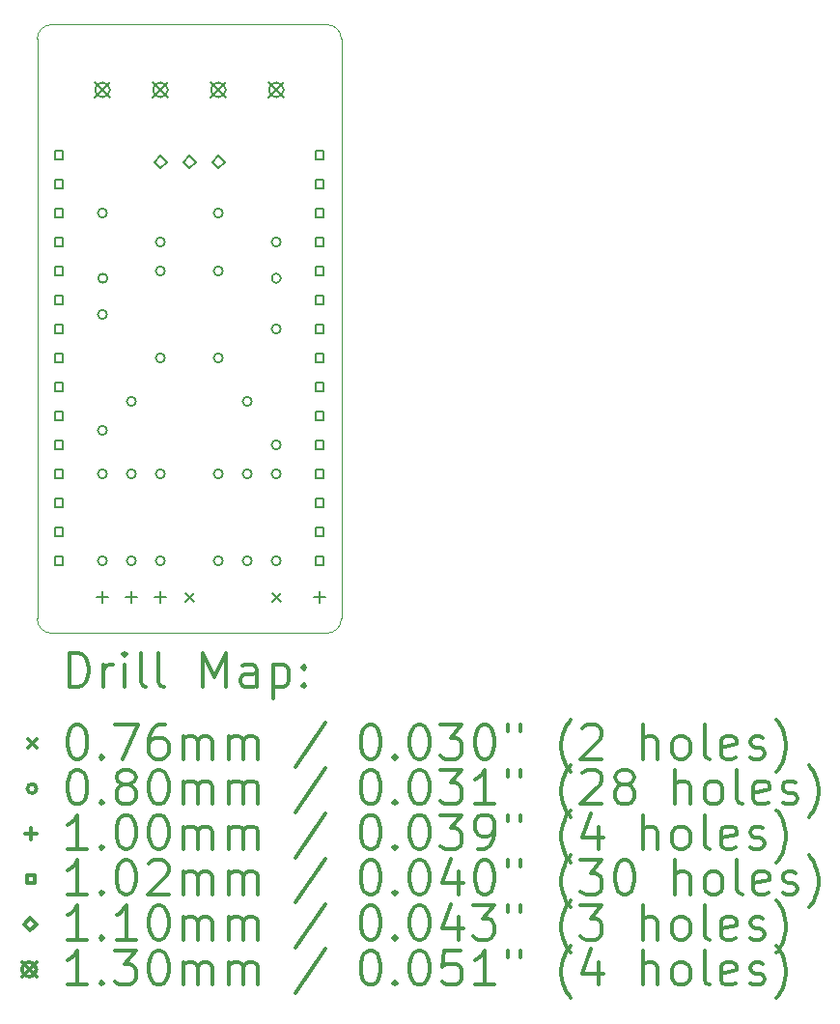
<source format=gbr>
%FSLAX45Y45*%
G04 Gerber Fmt 4.5, Leading zero omitted, Abs format (unit mm)*
G04 Created by KiCad (PCBNEW 5.1.5-52549c5~85~ubuntu18.04.1) date 2020-03-29 12:36:53*
%MOMM*%
%LPD*%
G04 APERTURE LIST*
%TA.AperFunction,Profile*%
%ADD10C,0.120000*%
%TD*%
%ADD11C,0.200000*%
%ADD12C,0.300000*%
G04 APERTURE END LIST*
D10*
X15303500Y-12700000D02*
G75*
G02X15176500Y-12827000I-127000J0D01*
G01*
X12636500Y-7620000D02*
G75*
G02X12763500Y-7493000I127000J0D01*
G01*
X12763500Y-12827000D02*
G75*
G02X12636500Y-12700000I0J127000D01*
G01*
X15176500Y-7493000D02*
G75*
G02X15303500Y-7620000I0J-127000D01*
G01*
X12636500Y-7620000D02*
X12636500Y-12700000D01*
X15176500Y-7493000D02*
X12763500Y-7493000D01*
X15303500Y-12700000D02*
X15303500Y-7620000D01*
X12763500Y-12827000D02*
X15176500Y-12827000D01*
D11*
X13934000Y-12477500D02*
X14010000Y-12553500D01*
X14010000Y-12477500D02*
X13934000Y-12553500D01*
X14694000Y-12477500D02*
X14770000Y-12553500D01*
X14770000Y-12477500D02*
X14694000Y-12553500D01*
X13248000Y-9144000D02*
G75*
G03X13248000Y-9144000I-40000J0D01*
G01*
X14264000Y-9144000D02*
G75*
G03X14264000Y-9144000I-40000J0D01*
G01*
X13502000Y-10795000D02*
G75*
G03X13502000Y-10795000I-40000J0D01*
G01*
X14518000Y-10795000D02*
G75*
G03X14518000Y-10795000I-40000J0D01*
G01*
X14772000Y-10160000D02*
G75*
G03X14772000Y-10160000I-40000J0D01*
G01*
X14772000Y-11176000D02*
G75*
G03X14772000Y-11176000I-40000J0D01*
G01*
X13252000Y-9715500D02*
G75*
G03X13252000Y-9715500I-40000J0D01*
G01*
X14772000Y-9715500D02*
G75*
G03X14772000Y-9715500I-40000J0D01*
G01*
X13248000Y-11430000D02*
G75*
G03X13248000Y-11430000I-40000J0D01*
G01*
X13248000Y-12192000D02*
G75*
G03X13248000Y-12192000I-40000J0D01*
G01*
X13502000Y-11430000D02*
G75*
G03X13502000Y-11430000I-40000J0D01*
G01*
X13502000Y-12192000D02*
G75*
G03X13502000Y-12192000I-40000J0D01*
G01*
X13756000Y-11430000D02*
G75*
G03X13756000Y-11430000I-40000J0D01*
G01*
X13756000Y-12192000D02*
G75*
G03X13756000Y-12192000I-40000J0D01*
G01*
X14264000Y-11430000D02*
G75*
G03X14264000Y-11430000I-40000J0D01*
G01*
X14264000Y-12192000D02*
G75*
G03X14264000Y-12192000I-40000J0D01*
G01*
X14518000Y-11430000D02*
G75*
G03X14518000Y-11430000I-40000J0D01*
G01*
X14518000Y-12192000D02*
G75*
G03X14518000Y-12192000I-40000J0D01*
G01*
X14772000Y-11430000D02*
G75*
G03X14772000Y-11430000I-40000J0D01*
G01*
X14772000Y-12192000D02*
G75*
G03X14772000Y-12192000I-40000J0D01*
G01*
X13756000Y-9652000D02*
G75*
G03X13756000Y-9652000I-40000J0D01*
G01*
X13756000Y-10414000D02*
G75*
G03X13756000Y-10414000I-40000J0D01*
G01*
X14264000Y-9652000D02*
G75*
G03X14264000Y-9652000I-40000J0D01*
G01*
X14264000Y-10414000D02*
G75*
G03X14264000Y-10414000I-40000J0D01*
G01*
X13248000Y-10033000D02*
G75*
G03X13248000Y-10033000I-40000J0D01*
G01*
X13248000Y-11049000D02*
G75*
G03X13248000Y-11049000I-40000J0D01*
G01*
X13756000Y-9398000D02*
G75*
G03X13756000Y-9398000I-40000J0D01*
G01*
X14772000Y-9398000D02*
G75*
G03X14772000Y-9398000I-40000J0D01*
G01*
X13208000Y-12459500D02*
X13208000Y-12559500D01*
X13158000Y-12509500D02*
X13258000Y-12509500D01*
X13462000Y-12459500D02*
X13462000Y-12559500D01*
X13412000Y-12509500D02*
X13512000Y-12509500D01*
X13716000Y-12459500D02*
X13716000Y-12559500D01*
X13666000Y-12509500D02*
X13766000Y-12509500D01*
X15113000Y-12459500D02*
X15113000Y-12559500D01*
X15063000Y-12509500D02*
X15163000Y-12509500D01*
X12862921Y-8671921D02*
X12862921Y-8600079D01*
X12791079Y-8600079D01*
X12791079Y-8671921D01*
X12862921Y-8671921D01*
X12862921Y-8925921D02*
X12862921Y-8854079D01*
X12791079Y-8854079D01*
X12791079Y-8925921D01*
X12862921Y-8925921D01*
X12862921Y-9179921D02*
X12862921Y-9108079D01*
X12791079Y-9108079D01*
X12791079Y-9179921D01*
X12862921Y-9179921D01*
X12862921Y-9433921D02*
X12862921Y-9362079D01*
X12791079Y-9362079D01*
X12791079Y-9433921D01*
X12862921Y-9433921D01*
X12862921Y-9687921D02*
X12862921Y-9616079D01*
X12791079Y-9616079D01*
X12791079Y-9687921D01*
X12862921Y-9687921D01*
X12862921Y-9941921D02*
X12862921Y-9870079D01*
X12791079Y-9870079D01*
X12791079Y-9941921D01*
X12862921Y-9941921D01*
X12862921Y-10195921D02*
X12862921Y-10124079D01*
X12791079Y-10124079D01*
X12791079Y-10195921D01*
X12862921Y-10195921D01*
X12862921Y-10449921D02*
X12862921Y-10378079D01*
X12791079Y-10378079D01*
X12791079Y-10449921D01*
X12862921Y-10449921D01*
X12862921Y-10703921D02*
X12862921Y-10632079D01*
X12791079Y-10632079D01*
X12791079Y-10703921D01*
X12862921Y-10703921D01*
X12862921Y-10957921D02*
X12862921Y-10886079D01*
X12791079Y-10886079D01*
X12791079Y-10957921D01*
X12862921Y-10957921D01*
X12862921Y-11211921D02*
X12862921Y-11140079D01*
X12791079Y-11140079D01*
X12791079Y-11211921D01*
X12862921Y-11211921D01*
X12862921Y-11465921D02*
X12862921Y-11394079D01*
X12791079Y-11394079D01*
X12791079Y-11465921D01*
X12862921Y-11465921D01*
X12862921Y-11719921D02*
X12862921Y-11648079D01*
X12791079Y-11648079D01*
X12791079Y-11719921D01*
X12862921Y-11719921D01*
X12862921Y-11973921D02*
X12862921Y-11902079D01*
X12791079Y-11902079D01*
X12791079Y-11973921D01*
X12862921Y-11973921D01*
X12862921Y-12227921D02*
X12862921Y-12156079D01*
X12791079Y-12156079D01*
X12791079Y-12227921D01*
X12862921Y-12227921D01*
X15148921Y-8671921D02*
X15148921Y-8600079D01*
X15077079Y-8600079D01*
X15077079Y-8671921D01*
X15148921Y-8671921D01*
X15148921Y-8925921D02*
X15148921Y-8854079D01*
X15077079Y-8854079D01*
X15077079Y-8925921D01*
X15148921Y-8925921D01*
X15148921Y-9179921D02*
X15148921Y-9108079D01*
X15077079Y-9108079D01*
X15077079Y-9179921D01*
X15148921Y-9179921D01*
X15148921Y-9433921D02*
X15148921Y-9362079D01*
X15077079Y-9362079D01*
X15077079Y-9433921D01*
X15148921Y-9433921D01*
X15148921Y-9687921D02*
X15148921Y-9616079D01*
X15077079Y-9616079D01*
X15077079Y-9687921D01*
X15148921Y-9687921D01*
X15148921Y-9941921D02*
X15148921Y-9870079D01*
X15077079Y-9870079D01*
X15077079Y-9941921D01*
X15148921Y-9941921D01*
X15148921Y-10195921D02*
X15148921Y-10124079D01*
X15077079Y-10124079D01*
X15077079Y-10195921D01*
X15148921Y-10195921D01*
X15148921Y-10449921D02*
X15148921Y-10378079D01*
X15077079Y-10378079D01*
X15077079Y-10449921D01*
X15148921Y-10449921D01*
X15148921Y-10703921D02*
X15148921Y-10632079D01*
X15077079Y-10632079D01*
X15077079Y-10703921D01*
X15148921Y-10703921D01*
X15148921Y-10957921D02*
X15148921Y-10886079D01*
X15077079Y-10886079D01*
X15077079Y-10957921D01*
X15148921Y-10957921D01*
X15148921Y-11211921D02*
X15148921Y-11140079D01*
X15077079Y-11140079D01*
X15077079Y-11211921D01*
X15148921Y-11211921D01*
X15148921Y-11465921D02*
X15148921Y-11394079D01*
X15077079Y-11394079D01*
X15077079Y-11465921D01*
X15148921Y-11465921D01*
X15148921Y-11719921D02*
X15148921Y-11648079D01*
X15077079Y-11648079D01*
X15077079Y-11719921D01*
X15148921Y-11719921D01*
X15148921Y-11973921D02*
X15148921Y-11902079D01*
X15077079Y-11902079D01*
X15077079Y-11973921D01*
X15148921Y-11973921D01*
X15148921Y-12227921D02*
X15148921Y-12156079D01*
X15077079Y-12156079D01*
X15077079Y-12227921D01*
X15148921Y-12227921D01*
X13716000Y-8754500D02*
X13771000Y-8699500D01*
X13716000Y-8644500D01*
X13661000Y-8699500D01*
X13716000Y-8754500D01*
X13970000Y-8754500D02*
X14025000Y-8699500D01*
X13970000Y-8644500D01*
X13915000Y-8699500D01*
X13970000Y-8754500D01*
X14224000Y-8754500D02*
X14279000Y-8699500D01*
X14224000Y-8644500D01*
X14169000Y-8699500D01*
X14224000Y-8754500D01*
X13143000Y-7999500D02*
X13273000Y-8129500D01*
X13273000Y-7999500D02*
X13143000Y-8129500D01*
X13273000Y-8064500D02*
G75*
G03X13273000Y-8064500I-65000J0D01*
G01*
X13651000Y-7999500D02*
X13781000Y-8129500D01*
X13781000Y-7999500D02*
X13651000Y-8129500D01*
X13781000Y-8064500D02*
G75*
G03X13781000Y-8064500I-65000J0D01*
G01*
X14159000Y-7999500D02*
X14289000Y-8129500D01*
X14289000Y-7999500D02*
X14159000Y-8129500D01*
X14289000Y-8064500D02*
G75*
G03X14289000Y-8064500I-65000J0D01*
G01*
X14667000Y-7999500D02*
X14797000Y-8129500D01*
X14797000Y-7999500D02*
X14667000Y-8129500D01*
X14797000Y-8064500D02*
G75*
G03X14797000Y-8064500I-65000J0D01*
G01*
D12*
X12916928Y-13298714D02*
X12916928Y-12998714D01*
X12988357Y-12998714D01*
X13031214Y-13013000D01*
X13059786Y-13041571D01*
X13074071Y-13070143D01*
X13088357Y-13127286D01*
X13088357Y-13170143D01*
X13074071Y-13227286D01*
X13059786Y-13255857D01*
X13031214Y-13284429D01*
X12988357Y-13298714D01*
X12916928Y-13298714D01*
X13216928Y-13298714D02*
X13216928Y-13098714D01*
X13216928Y-13155857D02*
X13231214Y-13127286D01*
X13245500Y-13113000D01*
X13274071Y-13098714D01*
X13302643Y-13098714D01*
X13402643Y-13298714D02*
X13402643Y-13098714D01*
X13402643Y-12998714D02*
X13388357Y-13013000D01*
X13402643Y-13027286D01*
X13416928Y-13013000D01*
X13402643Y-12998714D01*
X13402643Y-13027286D01*
X13588357Y-13298714D02*
X13559786Y-13284429D01*
X13545500Y-13255857D01*
X13545500Y-12998714D01*
X13745500Y-13298714D02*
X13716928Y-13284429D01*
X13702643Y-13255857D01*
X13702643Y-12998714D01*
X14088357Y-13298714D02*
X14088357Y-12998714D01*
X14188357Y-13213000D01*
X14288357Y-12998714D01*
X14288357Y-13298714D01*
X14559786Y-13298714D02*
X14559786Y-13141571D01*
X14545500Y-13113000D01*
X14516928Y-13098714D01*
X14459786Y-13098714D01*
X14431214Y-13113000D01*
X14559786Y-13284429D02*
X14531214Y-13298714D01*
X14459786Y-13298714D01*
X14431214Y-13284429D01*
X14416928Y-13255857D01*
X14416928Y-13227286D01*
X14431214Y-13198714D01*
X14459786Y-13184429D01*
X14531214Y-13184429D01*
X14559786Y-13170143D01*
X14702643Y-13098714D02*
X14702643Y-13398714D01*
X14702643Y-13113000D02*
X14731214Y-13098714D01*
X14788357Y-13098714D01*
X14816928Y-13113000D01*
X14831214Y-13127286D01*
X14845500Y-13155857D01*
X14845500Y-13241571D01*
X14831214Y-13270143D01*
X14816928Y-13284429D01*
X14788357Y-13298714D01*
X14731214Y-13298714D01*
X14702643Y-13284429D01*
X14974071Y-13270143D02*
X14988357Y-13284429D01*
X14974071Y-13298714D01*
X14959786Y-13284429D01*
X14974071Y-13270143D01*
X14974071Y-13298714D01*
X14974071Y-13113000D02*
X14988357Y-13127286D01*
X14974071Y-13141571D01*
X14959786Y-13127286D01*
X14974071Y-13113000D01*
X14974071Y-13141571D01*
X12554500Y-13755000D02*
X12630500Y-13831000D01*
X12630500Y-13755000D02*
X12554500Y-13831000D01*
X12974071Y-13628714D02*
X13002643Y-13628714D01*
X13031214Y-13643000D01*
X13045500Y-13657286D01*
X13059786Y-13685857D01*
X13074071Y-13743000D01*
X13074071Y-13814429D01*
X13059786Y-13871571D01*
X13045500Y-13900143D01*
X13031214Y-13914429D01*
X13002643Y-13928714D01*
X12974071Y-13928714D01*
X12945500Y-13914429D01*
X12931214Y-13900143D01*
X12916928Y-13871571D01*
X12902643Y-13814429D01*
X12902643Y-13743000D01*
X12916928Y-13685857D01*
X12931214Y-13657286D01*
X12945500Y-13643000D01*
X12974071Y-13628714D01*
X13202643Y-13900143D02*
X13216928Y-13914429D01*
X13202643Y-13928714D01*
X13188357Y-13914429D01*
X13202643Y-13900143D01*
X13202643Y-13928714D01*
X13316928Y-13628714D02*
X13516928Y-13628714D01*
X13388357Y-13928714D01*
X13759786Y-13628714D02*
X13702643Y-13628714D01*
X13674071Y-13643000D01*
X13659786Y-13657286D01*
X13631214Y-13700143D01*
X13616928Y-13757286D01*
X13616928Y-13871571D01*
X13631214Y-13900143D01*
X13645500Y-13914429D01*
X13674071Y-13928714D01*
X13731214Y-13928714D01*
X13759786Y-13914429D01*
X13774071Y-13900143D01*
X13788357Y-13871571D01*
X13788357Y-13800143D01*
X13774071Y-13771571D01*
X13759786Y-13757286D01*
X13731214Y-13743000D01*
X13674071Y-13743000D01*
X13645500Y-13757286D01*
X13631214Y-13771571D01*
X13616928Y-13800143D01*
X13916928Y-13928714D02*
X13916928Y-13728714D01*
X13916928Y-13757286D02*
X13931214Y-13743000D01*
X13959786Y-13728714D01*
X14002643Y-13728714D01*
X14031214Y-13743000D01*
X14045500Y-13771571D01*
X14045500Y-13928714D01*
X14045500Y-13771571D02*
X14059786Y-13743000D01*
X14088357Y-13728714D01*
X14131214Y-13728714D01*
X14159786Y-13743000D01*
X14174071Y-13771571D01*
X14174071Y-13928714D01*
X14316928Y-13928714D02*
X14316928Y-13728714D01*
X14316928Y-13757286D02*
X14331214Y-13743000D01*
X14359786Y-13728714D01*
X14402643Y-13728714D01*
X14431214Y-13743000D01*
X14445500Y-13771571D01*
X14445500Y-13928714D01*
X14445500Y-13771571D02*
X14459786Y-13743000D01*
X14488357Y-13728714D01*
X14531214Y-13728714D01*
X14559786Y-13743000D01*
X14574071Y-13771571D01*
X14574071Y-13928714D01*
X15159786Y-13614429D02*
X14902643Y-14000143D01*
X15545500Y-13628714D02*
X15574071Y-13628714D01*
X15602643Y-13643000D01*
X15616928Y-13657286D01*
X15631214Y-13685857D01*
X15645500Y-13743000D01*
X15645500Y-13814429D01*
X15631214Y-13871571D01*
X15616928Y-13900143D01*
X15602643Y-13914429D01*
X15574071Y-13928714D01*
X15545500Y-13928714D01*
X15516928Y-13914429D01*
X15502643Y-13900143D01*
X15488357Y-13871571D01*
X15474071Y-13814429D01*
X15474071Y-13743000D01*
X15488357Y-13685857D01*
X15502643Y-13657286D01*
X15516928Y-13643000D01*
X15545500Y-13628714D01*
X15774071Y-13900143D02*
X15788357Y-13914429D01*
X15774071Y-13928714D01*
X15759786Y-13914429D01*
X15774071Y-13900143D01*
X15774071Y-13928714D01*
X15974071Y-13628714D02*
X16002643Y-13628714D01*
X16031214Y-13643000D01*
X16045500Y-13657286D01*
X16059786Y-13685857D01*
X16074071Y-13743000D01*
X16074071Y-13814429D01*
X16059786Y-13871571D01*
X16045500Y-13900143D01*
X16031214Y-13914429D01*
X16002643Y-13928714D01*
X15974071Y-13928714D01*
X15945500Y-13914429D01*
X15931214Y-13900143D01*
X15916928Y-13871571D01*
X15902643Y-13814429D01*
X15902643Y-13743000D01*
X15916928Y-13685857D01*
X15931214Y-13657286D01*
X15945500Y-13643000D01*
X15974071Y-13628714D01*
X16174071Y-13628714D02*
X16359786Y-13628714D01*
X16259786Y-13743000D01*
X16302643Y-13743000D01*
X16331214Y-13757286D01*
X16345500Y-13771571D01*
X16359786Y-13800143D01*
X16359786Y-13871571D01*
X16345500Y-13900143D01*
X16331214Y-13914429D01*
X16302643Y-13928714D01*
X16216928Y-13928714D01*
X16188357Y-13914429D01*
X16174071Y-13900143D01*
X16545500Y-13628714D02*
X16574071Y-13628714D01*
X16602643Y-13643000D01*
X16616928Y-13657286D01*
X16631214Y-13685857D01*
X16645500Y-13743000D01*
X16645500Y-13814429D01*
X16631214Y-13871571D01*
X16616928Y-13900143D01*
X16602643Y-13914429D01*
X16574071Y-13928714D01*
X16545500Y-13928714D01*
X16516928Y-13914429D01*
X16502643Y-13900143D01*
X16488357Y-13871571D01*
X16474071Y-13814429D01*
X16474071Y-13743000D01*
X16488357Y-13685857D01*
X16502643Y-13657286D01*
X16516928Y-13643000D01*
X16545500Y-13628714D01*
X16759786Y-13628714D02*
X16759786Y-13685857D01*
X16874071Y-13628714D02*
X16874071Y-13685857D01*
X17316928Y-14043000D02*
X17302643Y-14028714D01*
X17274071Y-13985857D01*
X17259786Y-13957286D01*
X17245500Y-13914429D01*
X17231214Y-13843000D01*
X17231214Y-13785857D01*
X17245500Y-13714429D01*
X17259786Y-13671571D01*
X17274071Y-13643000D01*
X17302643Y-13600143D01*
X17316928Y-13585857D01*
X17416928Y-13657286D02*
X17431214Y-13643000D01*
X17459786Y-13628714D01*
X17531214Y-13628714D01*
X17559786Y-13643000D01*
X17574071Y-13657286D01*
X17588357Y-13685857D01*
X17588357Y-13714429D01*
X17574071Y-13757286D01*
X17402643Y-13928714D01*
X17588357Y-13928714D01*
X17945500Y-13928714D02*
X17945500Y-13628714D01*
X18074071Y-13928714D02*
X18074071Y-13771571D01*
X18059786Y-13743000D01*
X18031214Y-13728714D01*
X17988357Y-13728714D01*
X17959786Y-13743000D01*
X17945500Y-13757286D01*
X18259786Y-13928714D02*
X18231214Y-13914429D01*
X18216928Y-13900143D01*
X18202643Y-13871571D01*
X18202643Y-13785857D01*
X18216928Y-13757286D01*
X18231214Y-13743000D01*
X18259786Y-13728714D01*
X18302643Y-13728714D01*
X18331214Y-13743000D01*
X18345500Y-13757286D01*
X18359786Y-13785857D01*
X18359786Y-13871571D01*
X18345500Y-13900143D01*
X18331214Y-13914429D01*
X18302643Y-13928714D01*
X18259786Y-13928714D01*
X18531214Y-13928714D02*
X18502643Y-13914429D01*
X18488357Y-13885857D01*
X18488357Y-13628714D01*
X18759786Y-13914429D02*
X18731214Y-13928714D01*
X18674071Y-13928714D01*
X18645500Y-13914429D01*
X18631214Y-13885857D01*
X18631214Y-13771571D01*
X18645500Y-13743000D01*
X18674071Y-13728714D01*
X18731214Y-13728714D01*
X18759786Y-13743000D01*
X18774071Y-13771571D01*
X18774071Y-13800143D01*
X18631214Y-13828714D01*
X18888357Y-13914429D02*
X18916928Y-13928714D01*
X18974071Y-13928714D01*
X19002643Y-13914429D01*
X19016928Y-13885857D01*
X19016928Y-13871571D01*
X19002643Y-13843000D01*
X18974071Y-13828714D01*
X18931214Y-13828714D01*
X18902643Y-13814429D01*
X18888357Y-13785857D01*
X18888357Y-13771571D01*
X18902643Y-13743000D01*
X18931214Y-13728714D01*
X18974071Y-13728714D01*
X19002643Y-13743000D01*
X19116928Y-14043000D02*
X19131214Y-14028714D01*
X19159786Y-13985857D01*
X19174071Y-13957286D01*
X19188357Y-13914429D01*
X19202643Y-13843000D01*
X19202643Y-13785857D01*
X19188357Y-13714429D01*
X19174071Y-13671571D01*
X19159786Y-13643000D01*
X19131214Y-13600143D01*
X19116928Y-13585857D01*
X12630500Y-14189000D02*
G75*
G03X12630500Y-14189000I-40000J0D01*
G01*
X12974071Y-14024714D02*
X13002643Y-14024714D01*
X13031214Y-14039000D01*
X13045500Y-14053286D01*
X13059786Y-14081857D01*
X13074071Y-14139000D01*
X13074071Y-14210429D01*
X13059786Y-14267571D01*
X13045500Y-14296143D01*
X13031214Y-14310429D01*
X13002643Y-14324714D01*
X12974071Y-14324714D01*
X12945500Y-14310429D01*
X12931214Y-14296143D01*
X12916928Y-14267571D01*
X12902643Y-14210429D01*
X12902643Y-14139000D01*
X12916928Y-14081857D01*
X12931214Y-14053286D01*
X12945500Y-14039000D01*
X12974071Y-14024714D01*
X13202643Y-14296143D02*
X13216928Y-14310429D01*
X13202643Y-14324714D01*
X13188357Y-14310429D01*
X13202643Y-14296143D01*
X13202643Y-14324714D01*
X13388357Y-14153286D02*
X13359786Y-14139000D01*
X13345500Y-14124714D01*
X13331214Y-14096143D01*
X13331214Y-14081857D01*
X13345500Y-14053286D01*
X13359786Y-14039000D01*
X13388357Y-14024714D01*
X13445500Y-14024714D01*
X13474071Y-14039000D01*
X13488357Y-14053286D01*
X13502643Y-14081857D01*
X13502643Y-14096143D01*
X13488357Y-14124714D01*
X13474071Y-14139000D01*
X13445500Y-14153286D01*
X13388357Y-14153286D01*
X13359786Y-14167571D01*
X13345500Y-14181857D01*
X13331214Y-14210429D01*
X13331214Y-14267571D01*
X13345500Y-14296143D01*
X13359786Y-14310429D01*
X13388357Y-14324714D01*
X13445500Y-14324714D01*
X13474071Y-14310429D01*
X13488357Y-14296143D01*
X13502643Y-14267571D01*
X13502643Y-14210429D01*
X13488357Y-14181857D01*
X13474071Y-14167571D01*
X13445500Y-14153286D01*
X13688357Y-14024714D02*
X13716928Y-14024714D01*
X13745500Y-14039000D01*
X13759786Y-14053286D01*
X13774071Y-14081857D01*
X13788357Y-14139000D01*
X13788357Y-14210429D01*
X13774071Y-14267571D01*
X13759786Y-14296143D01*
X13745500Y-14310429D01*
X13716928Y-14324714D01*
X13688357Y-14324714D01*
X13659786Y-14310429D01*
X13645500Y-14296143D01*
X13631214Y-14267571D01*
X13616928Y-14210429D01*
X13616928Y-14139000D01*
X13631214Y-14081857D01*
X13645500Y-14053286D01*
X13659786Y-14039000D01*
X13688357Y-14024714D01*
X13916928Y-14324714D02*
X13916928Y-14124714D01*
X13916928Y-14153286D02*
X13931214Y-14139000D01*
X13959786Y-14124714D01*
X14002643Y-14124714D01*
X14031214Y-14139000D01*
X14045500Y-14167571D01*
X14045500Y-14324714D01*
X14045500Y-14167571D02*
X14059786Y-14139000D01*
X14088357Y-14124714D01*
X14131214Y-14124714D01*
X14159786Y-14139000D01*
X14174071Y-14167571D01*
X14174071Y-14324714D01*
X14316928Y-14324714D02*
X14316928Y-14124714D01*
X14316928Y-14153286D02*
X14331214Y-14139000D01*
X14359786Y-14124714D01*
X14402643Y-14124714D01*
X14431214Y-14139000D01*
X14445500Y-14167571D01*
X14445500Y-14324714D01*
X14445500Y-14167571D02*
X14459786Y-14139000D01*
X14488357Y-14124714D01*
X14531214Y-14124714D01*
X14559786Y-14139000D01*
X14574071Y-14167571D01*
X14574071Y-14324714D01*
X15159786Y-14010429D02*
X14902643Y-14396143D01*
X15545500Y-14024714D02*
X15574071Y-14024714D01*
X15602643Y-14039000D01*
X15616928Y-14053286D01*
X15631214Y-14081857D01*
X15645500Y-14139000D01*
X15645500Y-14210429D01*
X15631214Y-14267571D01*
X15616928Y-14296143D01*
X15602643Y-14310429D01*
X15574071Y-14324714D01*
X15545500Y-14324714D01*
X15516928Y-14310429D01*
X15502643Y-14296143D01*
X15488357Y-14267571D01*
X15474071Y-14210429D01*
X15474071Y-14139000D01*
X15488357Y-14081857D01*
X15502643Y-14053286D01*
X15516928Y-14039000D01*
X15545500Y-14024714D01*
X15774071Y-14296143D02*
X15788357Y-14310429D01*
X15774071Y-14324714D01*
X15759786Y-14310429D01*
X15774071Y-14296143D01*
X15774071Y-14324714D01*
X15974071Y-14024714D02*
X16002643Y-14024714D01*
X16031214Y-14039000D01*
X16045500Y-14053286D01*
X16059786Y-14081857D01*
X16074071Y-14139000D01*
X16074071Y-14210429D01*
X16059786Y-14267571D01*
X16045500Y-14296143D01*
X16031214Y-14310429D01*
X16002643Y-14324714D01*
X15974071Y-14324714D01*
X15945500Y-14310429D01*
X15931214Y-14296143D01*
X15916928Y-14267571D01*
X15902643Y-14210429D01*
X15902643Y-14139000D01*
X15916928Y-14081857D01*
X15931214Y-14053286D01*
X15945500Y-14039000D01*
X15974071Y-14024714D01*
X16174071Y-14024714D02*
X16359786Y-14024714D01*
X16259786Y-14139000D01*
X16302643Y-14139000D01*
X16331214Y-14153286D01*
X16345500Y-14167571D01*
X16359786Y-14196143D01*
X16359786Y-14267571D01*
X16345500Y-14296143D01*
X16331214Y-14310429D01*
X16302643Y-14324714D01*
X16216928Y-14324714D01*
X16188357Y-14310429D01*
X16174071Y-14296143D01*
X16645500Y-14324714D02*
X16474071Y-14324714D01*
X16559786Y-14324714D02*
X16559786Y-14024714D01*
X16531214Y-14067571D01*
X16502643Y-14096143D01*
X16474071Y-14110429D01*
X16759786Y-14024714D02*
X16759786Y-14081857D01*
X16874071Y-14024714D02*
X16874071Y-14081857D01*
X17316928Y-14439000D02*
X17302643Y-14424714D01*
X17274071Y-14381857D01*
X17259786Y-14353286D01*
X17245500Y-14310429D01*
X17231214Y-14239000D01*
X17231214Y-14181857D01*
X17245500Y-14110429D01*
X17259786Y-14067571D01*
X17274071Y-14039000D01*
X17302643Y-13996143D01*
X17316928Y-13981857D01*
X17416928Y-14053286D02*
X17431214Y-14039000D01*
X17459786Y-14024714D01*
X17531214Y-14024714D01*
X17559786Y-14039000D01*
X17574071Y-14053286D01*
X17588357Y-14081857D01*
X17588357Y-14110429D01*
X17574071Y-14153286D01*
X17402643Y-14324714D01*
X17588357Y-14324714D01*
X17759786Y-14153286D02*
X17731214Y-14139000D01*
X17716928Y-14124714D01*
X17702643Y-14096143D01*
X17702643Y-14081857D01*
X17716928Y-14053286D01*
X17731214Y-14039000D01*
X17759786Y-14024714D01*
X17816928Y-14024714D01*
X17845500Y-14039000D01*
X17859786Y-14053286D01*
X17874071Y-14081857D01*
X17874071Y-14096143D01*
X17859786Y-14124714D01*
X17845500Y-14139000D01*
X17816928Y-14153286D01*
X17759786Y-14153286D01*
X17731214Y-14167571D01*
X17716928Y-14181857D01*
X17702643Y-14210429D01*
X17702643Y-14267571D01*
X17716928Y-14296143D01*
X17731214Y-14310429D01*
X17759786Y-14324714D01*
X17816928Y-14324714D01*
X17845500Y-14310429D01*
X17859786Y-14296143D01*
X17874071Y-14267571D01*
X17874071Y-14210429D01*
X17859786Y-14181857D01*
X17845500Y-14167571D01*
X17816928Y-14153286D01*
X18231214Y-14324714D02*
X18231214Y-14024714D01*
X18359786Y-14324714D02*
X18359786Y-14167571D01*
X18345500Y-14139000D01*
X18316928Y-14124714D01*
X18274071Y-14124714D01*
X18245500Y-14139000D01*
X18231214Y-14153286D01*
X18545500Y-14324714D02*
X18516928Y-14310429D01*
X18502643Y-14296143D01*
X18488357Y-14267571D01*
X18488357Y-14181857D01*
X18502643Y-14153286D01*
X18516928Y-14139000D01*
X18545500Y-14124714D01*
X18588357Y-14124714D01*
X18616928Y-14139000D01*
X18631214Y-14153286D01*
X18645500Y-14181857D01*
X18645500Y-14267571D01*
X18631214Y-14296143D01*
X18616928Y-14310429D01*
X18588357Y-14324714D01*
X18545500Y-14324714D01*
X18816928Y-14324714D02*
X18788357Y-14310429D01*
X18774071Y-14281857D01*
X18774071Y-14024714D01*
X19045500Y-14310429D02*
X19016928Y-14324714D01*
X18959786Y-14324714D01*
X18931214Y-14310429D01*
X18916928Y-14281857D01*
X18916928Y-14167571D01*
X18931214Y-14139000D01*
X18959786Y-14124714D01*
X19016928Y-14124714D01*
X19045500Y-14139000D01*
X19059786Y-14167571D01*
X19059786Y-14196143D01*
X18916928Y-14224714D01*
X19174071Y-14310429D02*
X19202643Y-14324714D01*
X19259786Y-14324714D01*
X19288357Y-14310429D01*
X19302643Y-14281857D01*
X19302643Y-14267571D01*
X19288357Y-14239000D01*
X19259786Y-14224714D01*
X19216928Y-14224714D01*
X19188357Y-14210429D01*
X19174071Y-14181857D01*
X19174071Y-14167571D01*
X19188357Y-14139000D01*
X19216928Y-14124714D01*
X19259786Y-14124714D01*
X19288357Y-14139000D01*
X19402643Y-14439000D02*
X19416928Y-14424714D01*
X19445500Y-14381857D01*
X19459786Y-14353286D01*
X19474071Y-14310429D01*
X19488357Y-14239000D01*
X19488357Y-14181857D01*
X19474071Y-14110429D01*
X19459786Y-14067571D01*
X19445500Y-14039000D01*
X19416928Y-13996143D01*
X19402643Y-13981857D01*
X12580500Y-14535000D02*
X12580500Y-14635000D01*
X12530500Y-14585000D02*
X12630500Y-14585000D01*
X13074071Y-14720714D02*
X12902643Y-14720714D01*
X12988357Y-14720714D02*
X12988357Y-14420714D01*
X12959786Y-14463571D01*
X12931214Y-14492143D01*
X12902643Y-14506429D01*
X13202643Y-14692143D02*
X13216928Y-14706429D01*
X13202643Y-14720714D01*
X13188357Y-14706429D01*
X13202643Y-14692143D01*
X13202643Y-14720714D01*
X13402643Y-14420714D02*
X13431214Y-14420714D01*
X13459786Y-14435000D01*
X13474071Y-14449286D01*
X13488357Y-14477857D01*
X13502643Y-14535000D01*
X13502643Y-14606429D01*
X13488357Y-14663571D01*
X13474071Y-14692143D01*
X13459786Y-14706429D01*
X13431214Y-14720714D01*
X13402643Y-14720714D01*
X13374071Y-14706429D01*
X13359786Y-14692143D01*
X13345500Y-14663571D01*
X13331214Y-14606429D01*
X13331214Y-14535000D01*
X13345500Y-14477857D01*
X13359786Y-14449286D01*
X13374071Y-14435000D01*
X13402643Y-14420714D01*
X13688357Y-14420714D02*
X13716928Y-14420714D01*
X13745500Y-14435000D01*
X13759786Y-14449286D01*
X13774071Y-14477857D01*
X13788357Y-14535000D01*
X13788357Y-14606429D01*
X13774071Y-14663571D01*
X13759786Y-14692143D01*
X13745500Y-14706429D01*
X13716928Y-14720714D01*
X13688357Y-14720714D01*
X13659786Y-14706429D01*
X13645500Y-14692143D01*
X13631214Y-14663571D01*
X13616928Y-14606429D01*
X13616928Y-14535000D01*
X13631214Y-14477857D01*
X13645500Y-14449286D01*
X13659786Y-14435000D01*
X13688357Y-14420714D01*
X13916928Y-14720714D02*
X13916928Y-14520714D01*
X13916928Y-14549286D02*
X13931214Y-14535000D01*
X13959786Y-14520714D01*
X14002643Y-14520714D01*
X14031214Y-14535000D01*
X14045500Y-14563571D01*
X14045500Y-14720714D01*
X14045500Y-14563571D02*
X14059786Y-14535000D01*
X14088357Y-14520714D01*
X14131214Y-14520714D01*
X14159786Y-14535000D01*
X14174071Y-14563571D01*
X14174071Y-14720714D01*
X14316928Y-14720714D02*
X14316928Y-14520714D01*
X14316928Y-14549286D02*
X14331214Y-14535000D01*
X14359786Y-14520714D01*
X14402643Y-14520714D01*
X14431214Y-14535000D01*
X14445500Y-14563571D01*
X14445500Y-14720714D01*
X14445500Y-14563571D02*
X14459786Y-14535000D01*
X14488357Y-14520714D01*
X14531214Y-14520714D01*
X14559786Y-14535000D01*
X14574071Y-14563571D01*
X14574071Y-14720714D01*
X15159786Y-14406429D02*
X14902643Y-14792143D01*
X15545500Y-14420714D02*
X15574071Y-14420714D01*
X15602643Y-14435000D01*
X15616928Y-14449286D01*
X15631214Y-14477857D01*
X15645500Y-14535000D01*
X15645500Y-14606429D01*
X15631214Y-14663571D01*
X15616928Y-14692143D01*
X15602643Y-14706429D01*
X15574071Y-14720714D01*
X15545500Y-14720714D01*
X15516928Y-14706429D01*
X15502643Y-14692143D01*
X15488357Y-14663571D01*
X15474071Y-14606429D01*
X15474071Y-14535000D01*
X15488357Y-14477857D01*
X15502643Y-14449286D01*
X15516928Y-14435000D01*
X15545500Y-14420714D01*
X15774071Y-14692143D02*
X15788357Y-14706429D01*
X15774071Y-14720714D01*
X15759786Y-14706429D01*
X15774071Y-14692143D01*
X15774071Y-14720714D01*
X15974071Y-14420714D02*
X16002643Y-14420714D01*
X16031214Y-14435000D01*
X16045500Y-14449286D01*
X16059786Y-14477857D01*
X16074071Y-14535000D01*
X16074071Y-14606429D01*
X16059786Y-14663571D01*
X16045500Y-14692143D01*
X16031214Y-14706429D01*
X16002643Y-14720714D01*
X15974071Y-14720714D01*
X15945500Y-14706429D01*
X15931214Y-14692143D01*
X15916928Y-14663571D01*
X15902643Y-14606429D01*
X15902643Y-14535000D01*
X15916928Y-14477857D01*
X15931214Y-14449286D01*
X15945500Y-14435000D01*
X15974071Y-14420714D01*
X16174071Y-14420714D02*
X16359786Y-14420714D01*
X16259786Y-14535000D01*
X16302643Y-14535000D01*
X16331214Y-14549286D01*
X16345500Y-14563571D01*
X16359786Y-14592143D01*
X16359786Y-14663571D01*
X16345500Y-14692143D01*
X16331214Y-14706429D01*
X16302643Y-14720714D01*
X16216928Y-14720714D01*
X16188357Y-14706429D01*
X16174071Y-14692143D01*
X16502643Y-14720714D02*
X16559786Y-14720714D01*
X16588357Y-14706429D01*
X16602643Y-14692143D01*
X16631214Y-14649286D01*
X16645500Y-14592143D01*
X16645500Y-14477857D01*
X16631214Y-14449286D01*
X16616928Y-14435000D01*
X16588357Y-14420714D01*
X16531214Y-14420714D01*
X16502643Y-14435000D01*
X16488357Y-14449286D01*
X16474071Y-14477857D01*
X16474071Y-14549286D01*
X16488357Y-14577857D01*
X16502643Y-14592143D01*
X16531214Y-14606429D01*
X16588357Y-14606429D01*
X16616928Y-14592143D01*
X16631214Y-14577857D01*
X16645500Y-14549286D01*
X16759786Y-14420714D02*
X16759786Y-14477857D01*
X16874071Y-14420714D02*
X16874071Y-14477857D01*
X17316928Y-14835000D02*
X17302643Y-14820714D01*
X17274071Y-14777857D01*
X17259786Y-14749286D01*
X17245500Y-14706429D01*
X17231214Y-14635000D01*
X17231214Y-14577857D01*
X17245500Y-14506429D01*
X17259786Y-14463571D01*
X17274071Y-14435000D01*
X17302643Y-14392143D01*
X17316928Y-14377857D01*
X17559786Y-14520714D02*
X17559786Y-14720714D01*
X17488357Y-14406429D02*
X17416928Y-14620714D01*
X17602643Y-14620714D01*
X17945500Y-14720714D02*
X17945500Y-14420714D01*
X18074071Y-14720714D02*
X18074071Y-14563571D01*
X18059786Y-14535000D01*
X18031214Y-14520714D01*
X17988357Y-14520714D01*
X17959786Y-14535000D01*
X17945500Y-14549286D01*
X18259786Y-14720714D02*
X18231214Y-14706429D01*
X18216928Y-14692143D01*
X18202643Y-14663571D01*
X18202643Y-14577857D01*
X18216928Y-14549286D01*
X18231214Y-14535000D01*
X18259786Y-14520714D01*
X18302643Y-14520714D01*
X18331214Y-14535000D01*
X18345500Y-14549286D01*
X18359786Y-14577857D01*
X18359786Y-14663571D01*
X18345500Y-14692143D01*
X18331214Y-14706429D01*
X18302643Y-14720714D01*
X18259786Y-14720714D01*
X18531214Y-14720714D02*
X18502643Y-14706429D01*
X18488357Y-14677857D01*
X18488357Y-14420714D01*
X18759786Y-14706429D02*
X18731214Y-14720714D01*
X18674071Y-14720714D01*
X18645500Y-14706429D01*
X18631214Y-14677857D01*
X18631214Y-14563571D01*
X18645500Y-14535000D01*
X18674071Y-14520714D01*
X18731214Y-14520714D01*
X18759786Y-14535000D01*
X18774071Y-14563571D01*
X18774071Y-14592143D01*
X18631214Y-14620714D01*
X18888357Y-14706429D02*
X18916928Y-14720714D01*
X18974071Y-14720714D01*
X19002643Y-14706429D01*
X19016928Y-14677857D01*
X19016928Y-14663571D01*
X19002643Y-14635000D01*
X18974071Y-14620714D01*
X18931214Y-14620714D01*
X18902643Y-14606429D01*
X18888357Y-14577857D01*
X18888357Y-14563571D01*
X18902643Y-14535000D01*
X18931214Y-14520714D01*
X18974071Y-14520714D01*
X19002643Y-14535000D01*
X19116928Y-14835000D02*
X19131214Y-14820714D01*
X19159786Y-14777857D01*
X19174071Y-14749286D01*
X19188357Y-14706429D01*
X19202643Y-14635000D01*
X19202643Y-14577857D01*
X19188357Y-14506429D01*
X19174071Y-14463571D01*
X19159786Y-14435000D01*
X19131214Y-14392143D01*
X19116928Y-14377857D01*
X12615621Y-15016921D02*
X12615621Y-14945079D01*
X12543778Y-14945079D01*
X12543778Y-15016921D01*
X12615621Y-15016921D01*
X13074071Y-15116714D02*
X12902643Y-15116714D01*
X12988357Y-15116714D02*
X12988357Y-14816714D01*
X12959786Y-14859571D01*
X12931214Y-14888143D01*
X12902643Y-14902429D01*
X13202643Y-15088143D02*
X13216928Y-15102429D01*
X13202643Y-15116714D01*
X13188357Y-15102429D01*
X13202643Y-15088143D01*
X13202643Y-15116714D01*
X13402643Y-14816714D02*
X13431214Y-14816714D01*
X13459786Y-14831000D01*
X13474071Y-14845286D01*
X13488357Y-14873857D01*
X13502643Y-14931000D01*
X13502643Y-15002429D01*
X13488357Y-15059571D01*
X13474071Y-15088143D01*
X13459786Y-15102429D01*
X13431214Y-15116714D01*
X13402643Y-15116714D01*
X13374071Y-15102429D01*
X13359786Y-15088143D01*
X13345500Y-15059571D01*
X13331214Y-15002429D01*
X13331214Y-14931000D01*
X13345500Y-14873857D01*
X13359786Y-14845286D01*
X13374071Y-14831000D01*
X13402643Y-14816714D01*
X13616928Y-14845286D02*
X13631214Y-14831000D01*
X13659786Y-14816714D01*
X13731214Y-14816714D01*
X13759786Y-14831000D01*
X13774071Y-14845286D01*
X13788357Y-14873857D01*
X13788357Y-14902429D01*
X13774071Y-14945286D01*
X13602643Y-15116714D01*
X13788357Y-15116714D01*
X13916928Y-15116714D02*
X13916928Y-14916714D01*
X13916928Y-14945286D02*
X13931214Y-14931000D01*
X13959786Y-14916714D01*
X14002643Y-14916714D01*
X14031214Y-14931000D01*
X14045500Y-14959571D01*
X14045500Y-15116714D01*
X14045500Y-14959571D02*
X14059786Y-14931000D01*
X14088357Y-14916714D01*
X14131214Y-14916714D01*
X14159786Y-14931000D01*
X14174071Y-14959571D01*
X14174071Y-15116714D01*
X14316928Y-15116714D02*
X14316928Y-14916714D01*
X14316928Y-14945286D02*
X14331214Y-14931000D01*
X14359786Y-14916714D01*
X14402643Y-14916714D01*
X14431214Y-14931000D01*
X14445500Y-14959571D01*
X14445500Y-15116714D01*
X14445500Y-14959571D02*
X14459786Y-14931000D01*
X14488357Y-14916714D01*
X14531214Y-14916714D01*
X14559786Y-14931000D01*
X14574071Y-14959571D01*
X14574071Y-15116714D01*
X15159786Y-14802429D02*
X14902643Y-15188143D01*
X15545500Y-14816714D02*
X15574071Y-14816714D01*
X15602643Y-14831000D01*
X15616928Y-14845286D01*
X15631214Y-14873857D01*
X15645500Y-14931000D01*
X15645500Y-15002429D01*
X15631214Y-15059571D01*
X15616928Y-15088143D01*
X15602643Y-15102429D01*
X15574071Y-15116714D01*
X15545500Y-15116714D01*
X15516928Y-15102429D01*
X15502643Y-15088143D01*
X15488357Y-15059571D01*
X15474071Y-15002429D01*
X15474071Y-14931000D01*
X15488357Y-14873857D01*
X15502643Y-14845286D01*
X15516928Y-14831000D01*
X15545500Y-14816714D01*
X15774071Y-15088143D02*
X15788357Y-15102429D01*
X15774071Y-15116714D01*
X15759786Y-15102429D01*
X15774071Y-15088143D01*
X15774071Y-15116714D01*
X15974071Y-14816714D02*
X16002643Y-14816714D01*
X16031214Y-14831000D01*
X16045500Y-14845286D01*
X16059786Y-14873857D01*
X16074071Y-14931000D01*
X16074071Y-15002429D01*
X16059786Y-15059571D01*
X16045500Y-15088143D01*
X16031214Y-15102429D01*
X16002643Y-15116714D01*
X15974071Y-15116714D01*
X15945500Y-15102429D01*
X15931214Y-15088143D01*
X15916928Y-15059571D01*
X15902643Y-15002429D01*
X15902643Y-14931000D01*
X15916928Y-14873857D01*
X15931214Y-14845286D01*
X15945500Y-14831000D01*
X15974071Y-14816714D01*
X16331214Y-14916714D02*
X16331214Y-15116714D01*
X16259786Y-14802429D02*
X16188357Y-15016714D01*
X16374071Y-15016714D01*
X16545500Y-14816714D02*
X16574071Y-14816714D01*
X16602643Y-14831000D01*
X16616928Y-14845286D01*
X16631214Y-14873857D01*
X16645500Y-14931000D01*
X16645500Y-15002429D01*
X16631214Y-15059571D01*
X16616928Y-15088143D01*
X16602643Y-15102429D01*
X16574071Y-15116714D01*
X16545500Y-15116714D01*
X16516928Y-15102429D01*
X16502643Y-15088143D01*
X16488357Y-15059571D01*
X16474071Y-15002429D01*
X16474071Y-14931000D01*
X16488357Y-14873857D01*
X16502643Y-14845286D01*
X16516928Y-14831000D01*
X16545500Y-14816714D01*
X16759786Y-14816714D02*
X16759786Y-14873857D01*
X16874071Y-14816714D02*
X16874071Y-14873857D01*
X17316928Y-15231000D02*
X17302643Y-15216714D01*
X17274071Y-15173857D01*
X17259786Y-15145286D01*
X17245500Y-15102429D01*
X17231214Y-15031000D01*
X17231214Y-14973857D01*
X17245500Y-14902429D01*
X17259786Y-14859571D01*
X17274071Y-14831000D01*
X17302643Y-14788143D01*
X17316928Y-14773857D01*
X17402643Y-14816714D02*
X17588357Y-14816714D01*
X17488357Y-14931000D01*
X17531214Y-14931000D01*
X17559786Y-14945286D01*
X17574071Y-14959571D01*
X17588357Y-14988143D01*
X17588357Y-15059571D01*
X17574071Y-15088143D01*
X17559786Y-15102429D01*
X17531214Y-15116714D01*
X17445500Y-15116714D01*
X17416928Y-15102429D01*
X17402643Y-15088143D01*
X17774071Y-14816714D02*
X17802643Y-14816714D01*
X17831214Y-14831000D01*
X17845500Y-14845286D01*
X17859786Y-14873857D01*
X17874071Y-14931000D01*
X17874071Y-15002429D01*
X17859786Y-15059571D01*
X17845500Y-15088143D01*
X17831214Y-15102429D01*
X17802643Y-15116714D01*
X17774071Y-15116714D01*
X17745500Y-15102429D01*
X17731214Y-15088143D01*
X17716928Y-15059571D01*
X17702643Y-15002429D01*
X17702643Y-14931000D01*
X17716928Y-14873857D01*
X17731214Y-14845286D01*
X17745500Y-14831000D01*
X17774071Y-14816714D01*
X18231214Y-15116714D02*
X18231214Y-14816714D01*
X18359786Y-15116714D02*
X18359786Y-14959571D01*
X18345500Y-14931000D01*
X18316928Y-14916714D01*
X18274071Y-14916714D01*
X18245500Y-14931000D01*
X18231214Y-14945286D01*
X18545500Y-15116714D02*
X18516928Y-15102429D01*
X18502643Y-15088143D01*
X18488357Y-15059571D01*
X18488357Y-14973857D01*
X18502643Y-14945286D01*
X18516928Y-14931000D01*
X18545500Y-14916714D01*
X18588357Y-14916714D01*
X18616928Y-14931000D01*
X18631214Y-14945286D01*
X18645500Y-14973857D01*
X18645500Y-15059571D01*
X18631214Y-15088143D01*
X18616928Y-15102429D01*
X18588357Y-15116714D01*
X18545500Y-15116714D01*
X18816928Y-15116714D02*
X18788357Y-15102429D01*
X18774071Y-15073857D01*
X18774071Y-14816714D01*
X19045500Y-15102429D02*
X19016928Y-15116714D01*
X18959786Y-15116714D01*
X18931214Y-15102429D01*
X18916928Y-15073857D01*
X18916928Y-14959571D01*
X18931214Y-14931000D01*
X18959786Y-14916714D01*
X19016928Y-14916714D01*
X19045500Y-14931000D01*
X19059786Y-14959571D01*
X19059786Y-14988143D01*
X18916928Y-15016714D01*
X19174071Y-15102429D02*
X19202643Y-15116714D01*
X19259786Y-15116714D01*
X19288357Y-15102429D01*
X19302643Y-15073857D01*
X19302643Y-15059571D01*
X19288357Y-15031000D01*
X19259786Y-15016714D01*
X19216928Y-15016714D01*
X19188357Y-15002429D01*
X19174071Y-14973857D01*
X19174071Y-14959571D01*
X19188357Y-14931000D01*
X19216928Y-14916714D01*
X19259786Y-14916714D01*
X19288357Y-14931000D01*
X19402643Y-15231000D02*
X19416928Y-15216714D01*
X19445500Y-15173857D01*
X19459786Y-15145286D01*
X19474071Y-15102429D01*
X19488357Y-15031000D01*
X19488357Y-14973857D01*
X19474071Y-14902429D01*
X19459786Y-14859571D01*
X19445500Y-14831000D01*
X19416928Y-14788143D01*
X19402643Y-14773857D01*
X12575500Y-15432000D02*
X12630500Y-15377000D01*
X12575500Y-15322000D01*
X12520500Y-15377000D01*
X12575500Y-15432000D01*
X13074071Y-15512714D02*
X12902643Y-15512714D01*
X12988357Y-15512714D02*
X12988357Y-15212714D01*
X12959786Y-15255571D01*
X12931214Y-15284143D01*
X12902643Y-15298429D01*
X13202643Y-15484143D02*
X13216928Y-15498429D01*
X13202643Y-15512714D01*
X13188357Y-15498429D01*
X13202643Y-15484143D01*
X13202643Y-15512714D01*
X13502643Y-15512714D02*
X13331214Y-15512714D01*
X13416928Y-15512714D02*
X13416928Y-15212714D01*
X13388357Y-15255571D01*
X13359786Y-15284143D01*
X13331214Y-15298429D01*
X13688357Y-15212714D02*
X13716928Y-15212714D01*
X13745500Y-15227000D01*
X13759786Y-15241286D01*
X13774071Y-15269857D01*
X13788357Y-15327000D01*
X13788357Y-15398429D01*
X13774071Y-15455571D01*
X13759786Y-15484143D01*
X13745500Y-15498429D01*
X13716928Y-15512714D01*
X13688357Y-15512714D01*
X13659786Y-15498429D01*
X13645500Y-15484143D01*
X13631214Y-15455571D01*
X13616928Y-15398429D01*
X13616928Y-15327000D01*
X13631214Y-15269857D01*
X13645500Y-15241286D01*
X13659786Y-15227000D01*
X13688357Y-15212714D01*
X13916928Y-15512714D02*
X13916928Y-15312714D01*
X13916928Y-15341286D02*
X13931214Y-15327000D01*
X13959786Y-15312714D01*
X14002643Y-15312714D01*
X14031214Y-15327000D01*
X14045500Y-15355571D01*
X14045500Y-15512714D01*
X14045500Y-15355571D02*
X14059786Y-15327000D01*
X14088357Y-15312714D01*
X14131214Y-15312714D01*
X14159786Y-15327000D01*
X14174071Y-15355571D01*
X14174071Y-15512714D01*
X14316928Y-15512714D02*
X14316928Y-15312714D01*
X14316928Y-15341286D02*
X14331214Y-15327000D01*
X14359786Y-15312714D01*
X14402643Y-15312714D01*
X14431214Y-15327000D01*
X14445500Y-15355571D01*
X14445500Y-15512714D01*
X14445500Y-15355571D02*
X14459786Y-15327000D01*
X14488357Y-15312714D01*
X14531214Y-15312714D01*
X14559786Y-15327000D01*
X14574071Y-15355571D01*
X14574071Y-15512714D01*
X15159786Y-15198429D02*
X14902643Y-15584143D01*
X15545500Y-15212714D02*
X15574071Y-15212714D01*
X15602643Y-15227000D01*
X15616928Y-15241286D01*
X15631214Y-15269857D01*
X15645500Y-15327000D01*
X15645500Y-15398429D01*
X15631214Y-15455571D01*
X15616928Y-15484143D01*
X15602643Y-15498429D01*
X15574071Y-15512714D01*
X15545500Y-15512714D01*
X15516928Y-15498429D01*
X15502643Y-15484143D01*
X15488357Y-15455571D01*
X15474071Y-15398429D01*
X15474071Y-15327000D01*
X15488357Y-15269857D01*
X15502643Y-15241286D01*
X15516928Y-15227000D01*
X15545500Y-15212714D01*
X15774071Y-15484143D02*
X15788357Y-15498429D01*
X15774071Y-15512714D01*
X15759786Y-15498429D01*
X15774071Y-15484143D01*
X15774071Y-15512714D01*
X15974071Y-15212714D02*
X16002643Y-15212714D01*
X16031214Y-15227000D01*
X16045500Y-15241286D01*
X16059786Y-15269857D01*
X16074071Y-15327000D01*
X16074071Y-15398429D01*
X16059786Y-15455571D01*
X16045500Y-15484143D01*
X16031214Y-15498429D01*
X16002643Y-15512714D01*
X15974071Y-15512714D01*
X15945500Y-15498429D01*
X15931214Y-15484143D01*
X15916928Y-15455571D01*
X15902643Y-15398429D01*
X15902643Y-15327000D01*
X15916928Y-15269857D01*
X15931214Y-15241286D01*
X15945500Y-15227000D01*
X15974071Y-15212714D01*
X16331214Y-15312714D02*
X16331214Y-15512714D01*
X16259786Y-15198429D02*
X16188357Y-15412714D01*
X16374071Y-15412714D01*
X16459786Y-15212714D02*
X16645500Y-15212714D01*
X16545500Y-15327000D01*
X16588357Y-15327000D01*
X16616928Y-15341286D01*
X16631214Y-15355571D01*
X16645500Y-15384143D01*
X16645500Y-15455571D01*
X16631214Y-15484143D01*
X16616928Y-15498429D01*
X16588357Y-15512714D01*
X16502643Y-15512714D01*
X16474071Y-15498429D01*
X16459786Y-15484143D01*
X16759786Y-15212714D02*
X16759786Y-15269857D01*
X16874071Y-15212714D02*
X16874071Y-15269857D01*
X17316928Y-15627000D02*
X17302643Y-15612714D01*
X17274071Y-15569857D01*
X17259786Y-15541286D01*
X17245500Y-15498429D01*
X17231214Y-15427000D01*
X17231214Y-15369857D01*
X17245500Y-15298429D01*
X17259786Y-15255571D01*
X17274071Y-15227000D01*
X17302643Y-15184143D01*
X17316928Y-15169857D01*
X17402643Y-15212714D02*
X17588357Y-15212714D01*
X17488357Y-15327000D01*
X17531214Y-15327000D01*
X17559786Y-15341286D01*
X17574071Y-15355571D01*
X17588357Y-15384143D01*
X17588357Y-15455571D01*
X17574071Y-15484143D01*
X17559786Y-15498429D01*
X17531214Y-15512714D01*
X17445500Y-15512714D01*
X17416928Y-15498429D01*
X17402643Y-15484143D01*
X17945500Y-15512714D02*
X17945500Y-15212714D01*
X18074071Y-15512714D02*
X18074071Y-15355571D01*
X18059786Y-15327000D01*
X18031214Y-15312714D01*
X17988357Y-15312714D01*
X17959786Y-15327000D01*
X17945500Y-15341286D01*
X18259786Y-15512714D02*
X18231214Y-15498429D01*
X18216928Y-15484143D01*
X18202643Y-15455571D01*
X18202643Y-15369857D01*
X18216928Y-15341286D01*
X18231214Y-15327000D01*
X18259786Y-15312714D01*
X18302643Y-15312714D01*
X18331214Y-15327000D01*
X18345500Y-15341286D01*
X18359786Y-15369857D01*
X18359786Y-15455571D01*
X18345500Y-15484143D01*
X18331214Y-15498429D01*
X18302643Y-15512714D01*
X18259786Y-15512714D01*
X18531214Y-15512714D02*
X18502643Y-15498429D01*
X18488357Y-15469857D01*
X18488357Y-15212714D01*
X18759786Y-15498429D02*
X18731214Y-15512714D01*
X18674071Y-15512714D01*
X18645500Y-15498429D01*
X18631214Y-15469857D01*
X18631214Y-15355571D01*
X18645500Y-15327000D01*
X18674071Y-15312714D01*
X18731214Y-15312714D01*
X18759786Y-15327000D01*
X18774071Y-15355571D01*
X18774071Y-15384143D01*
X18631214Y-15412714D01*
X18888357Y-15498429D02*
X18916928Y-15512714D01*
X18974071Y-15512714D01*
X19002643Y-15498429D01*
X19016928Y-15469857D01*
X19016928Y-15455571D01*
X19002643Y-15427000D01*
X18974071Y-15412714D01*
X18931214Y-15412714D01*
X18902643Y-15398429D01*
X18888357Y-15369857D01*
X18888357Y-15355571D01*
X18902643Y-15327000D01*
X18931214Y-15312714D01*
X18974071Y-15312714D01*
X19002643Y-15327000D01*
X19116928Y-15627000D02*
X19131214Y-15612714D01*
X19159786Y-15569857D01*
X19174071Y-15541286D01*
X19188357Y-15498429D01*
X19202643Y-15427000D01*
X19202643Y-15369857D01*
X19188357Y-15298429D01*
X19174071Y-15255571D01*
X19159786Y-15227000D01*
X19131214Y-15184143D01*
X19116928Y-15169857D01*
X12500500Y-15708000D02*
X12630500Y-15838000D01*
X12630500Y-15708000D02*
X12500500Y-15838000D01*
X12630500Y-15773000D02*
G75*
G03X12630500Y-15773000I-65000J0D01*
G01*
X13074071Y-15908714D02*
X12902643Y-15908714D01*
X12988357Y-15908714D02*
X12988357Y-15608714D01*
X12959786Y-15651571D01*
X12931214Y-15680143D01*
X12902643Y-15694429D01*
X13202643Y-15880143D02*
X13216928Y-15894429D01*
X13202643Y-15908714D01*
X13188357Y-15894429D01*
X13202643Y-15880143D01*
X13202643Y-15908714D01*
X13316928Y-15608714D02*
X13502643Y-15608714D01*
X13402643Y-15723000D01*
X13445500Y-15723000D01*
X13474071Y-15737286D01*
X13488357Y-15751571D01*
X13502643Y-15780143D01*
X13502643Y-15851571D01*
X13488357Y-15880143D01*
X13474071Y-15894429D01*
X13445500Y-15908714D01*
X13359786Y-15908714D01*
X13331214Y-15894429D01*
X13316928Y-15880143D01*
X13688357Y-15608714D02*
X13716928Y-15608714D01*
X13745500Y-15623000D01*
X13759786Y-15637286D01*
X13774071Y-15665857D01*
X13788357Y-15723000D01*
X13788357Y-15794429D01*
X13774071Y-15851571D01*
X13759786Y-15880143D01*
X13745500Y-15894429D01*
X13716928Y-15908714D01*
X13688357Y-15908714D01*
X13659786Y-15894429D01*
X13645500Y-15880143D01*
X13631214Y-15851571D01*
X13616928Y-15794429D01*
X13616928Y-15723000D01*
X13631214Y-15665857D01*
X13645500Y-15637286D01*
X13659786Y-15623000D01*
X13688357Y-15608714D01*
X13916928Y-15908714D02*
X13916928Y-15708714D01*
X13916928Y-15737286D02*
X13931214Y-15723000D01*
X13959786Y-15708714D01*
X14002643Y-15708714D01*
X14031214Y-15723000D01*
X14045500Y-15751571D01*
X14045500Y-15908714D01*
X14045500Y-15751571D02*
X14059786Y-15723000D01*
X14088357Y-15708714D01*
X14131214Y-15708714D01*
X14159786Y-15723000D01*
X14174071Y-15751571D01*
X14174071Y-15908714D01*
X14316928Y-15908714D02*
X14316928Y-15708714D01*
X14316928Y-15737286D02*
X14331214Y-15723000D01*
X14359786Y-15708714D01*
X14402643Y-15708714D01*
X14431214Y-15723000D01*
X14445500Y-15751571D01*
X14445500Y-15908714D01*
X14445500Y-15751571D02*
X14459786Y-15723000D01*
X14488357Y-15708714D01*
X14531214Y-15708714D01*
X14559786Y-15723000D01*
X14574071Y-15751571D01*
X14574071Y-15908714D01*
X15159786Y-15594429D02*
X14902643Y-15980143D01*
X15545500Y-15608714D02*
X15574071Y-15608714D01*
X15602643Y-15623000D01*
X15616928Y-15637286D01*
X15631214Y-15665857D01*
X15645500Y-15723000D01*
X15645500Y-15794429D01*
X15631214Y-15851571D01*
X15616928Y-15880143D01*
X15602643Y-15894429D01*
X15574071Y-15908714D01*
X15545500Y-15908714D01*
X15516928Y-15894429D01*
X15502643Y-15880143D01*
X15488357Y-15851571D01*
X15474071Y-15794429D01*
X15474071Y-15723000D01*
X15488357Y-15665857D01*
X15502643Y-15637286D01*
X15516928Y-15623000D01*
X15545500Y-15608714D01*
X15774071Y-15880143D02*
X15788357Y-15894429D01*
X15774071Y-15908714D01*
X15759786Y-15894429D01*
X15774071Y-15880143D01*
X15774071Y-15908714D01*
X15974071Y-15608714D02*
X16002643Y-15608714D01*
X16031214Y-15623000D01*
X16045500Y-15637286D01*
X16059786Y-15665857D01*
X16074071Y-15723000D01*
X16074071Y-15794429D01*
X16059786Y-15851571D01*
X16045500Y-15880143D01*
X16031214Y-15894429D01*
X16002643Y-15908714D01*
X15974071Y-15908714D01*
X15945500Y-15894429D01*
X15931214Y-15880143D01*
X15916928Y-15851571D01*
X15902643Y-15794429D01*
X15902643Y-15723000D01*
X15916928Y-15665857D01*
X15931214Y-15637286D01*
X15945500Y-15623000D01*
X15974071Y-15608714D01*
X16345500Y-15608714D02*
X16202643Y-15608714D01*
X16188357Y-15751571D01*
X16202643Y-15737286D01*
X16231214Y-15723000D01*
X16302643Y-15723000D01*
X16331214Y-15737286D01*
X16345500Y-15751571D01*
X16359786Y-15780143D01*
X16359786Y-15851571D01*
X16345500Y-15880143D01*
X16331214Y-15894429D01*
X16302643Y-15908714D01*
X16231214Y-15908714D01*
X16202643Y-15894429D01*
X16188357Y-15880143D01*
X16645500Y-15908714D02*
X16474071Y-15908714D01*
X16559786Y-15908714D02*
X16559786Y-15608714D01*
X16531214Y-15651571D01*
X16502643Y-15680143D01*
X16474071Y-15694429D01*
X16759786Y-15608714D02*
X16759786Y-15665857D01*
X16874071Y-15608714D02*
X16874071Y-15665857D01*
X17316928Y-16023000D02*
X17302643Y-16008714D01*
X17274071Y-15965857D01*
X17259786Y-15937286D01*
X17245500Y-15894429D01*
X17231214Y-15823000D01*
X17231214Y-15765857D01*
X17245500Y-15694429D01*
X17259786Y-15651571D01*
X17274071Y-15623000D01*
X17302643Y-15580143D01*
X17316928Y-15565857D01*
X17559786Y-15708714D02*
X17559786Y-15908714D01*
X17488357Y-15594429D02*
X17416928Y-15808714D01*
X17602643Y-15808714D01*
X17945500Y-15908714D02*
X17945500Y-15608714D01*
X18074071Y-15908714D02*
X18074071Y-15751571D01*
X18059786Y-15723000D01*
X18031214Y-15708714D01*
X17988357Y-15708714D01*
X17959786Y-15723000D01*
X17945500Y-15737286D01*
X18259786Y-15908714D02*
X18231214Y-15894429D01*
X18216928Y-15880143D01*
X18202643Y-15851571D01*
X18202643Y-15765857D01*
X18216928Y-15737286D01*
X18231214Y-15723000D01*
X18259786Y-15708714D01*
X18302643Y-15708714D01*
X18331214Y-15723000D01*
X18345500Y-15737286D01*
X18359786Y-15765857D01*
X18359786Y-15851571D01*
X18345500Y-15880143D01*
X18331214Y-15894429D01*
X18302643Y-15908714D01*
X18259786Y-15908714D01*
X18531214Y-15908714D02*
X18502643Y-15894429D01*
X18488357Y-15865857D01*
X18488357Y-15608714D01*
X18759786Y-15894429D02*
X18731214Y-15908714D01*
X18674071Y-15908714D01*
X18645500Y-15894429D01*
X18631214Y-15865857D01*
X18631214Y-15751571D01*
X18645500Y-15723000D01*
X18674071Y-15708714D01*
X18731214Y-15708714D01*
X18759786Y-15723000D01*
X18774071Y-15751571D01*
X18774071Y-15780143D01*
X18631214Y-15808714D01*
X18888357Y-15894429D02*
X18916928Y-15908714D01*
X18974071Y-15908714D01*
X19002643Y-15894429D01*
X19016928Y-15865857D01*
X19016928Y-15851571D01*
X19002643Y-15823000D01*
X18974071Y-15808714D01*
X18931214Y-15808714D01*
X18902643Y-15794429D01*
X18888357Y-15765857D01*
X18888357Y-15751571D01*
X18902643Y-15723000D01*
X18931214Y-15708714D01*
X18974071Y-15708714D01*
X19002643Y-15723000D01*
X19116928Y-16023000D02*
X19131214Y-16008714D01*
X19159786Y-15965857D01*
X19174071Y-15937286D01*
X19188357Y-15894429D01*
X19202643Y-15823000D01*
X19202643Y-15765857D01*
X19188357Y-15694429D01*
X19174071Y-15651571D01*
X19159786Y-15623000D01*
X19131214Y-15580143D01*
X19116928Y-15565857D01*
M02*

</source>
